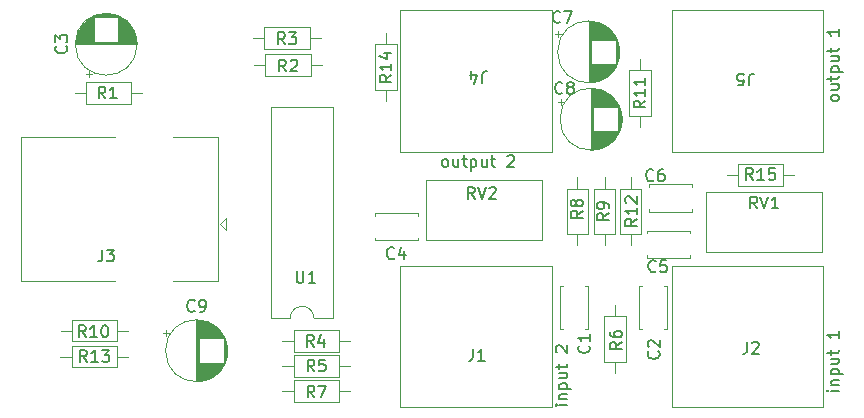
<source format=gbr>
%TF.GenerationSoftware,KiCad,Pcbnew,(6.0.0-0)*%
%TF.CreationDate,2022-11-12T17:46:12+01:00*%
%TF.ProjectId,phono_vorverstaerker,70686f6e-6f5f-4766-9f72-766572737461,rev?*%
%TF.SameCoordinates,Original*%
%TF.FileFunction,Legend,Top*%
%TF.FilePolarity,Positive*%
%FSLAX46Y46*%
G04 Gerber Fmt 4.6, Leading zero omitted, Abs format (unit mm)*
G04 Created by KiCad (PCBNEW (6.0.0-0)) date 2022-11-12 17:46:12*
%MOMM*%
%LPD*%
G01*
G04 APERTURE LIST*
%ADD10C,0.150000*%
%ADD11C,0.120000*%
G04 APERTURE END LIST*
D10*
X58947380Y-197900000D02*
X58280714Y-197900000D01*
X57947380Y-197900000D02*
X57995000Y-197947619D01*
X58042619Y-197900000D01*
X57995000Y-197852380D01*
X57947380Y-197900000D01*
X58042619Y-197900000D01*
X58280714Y-197423809D02*
X58947380Y-197423809D01*
X58375952Y-197423809D02*
X58328333Y-197376190D01*
X58280714Y-197280952D01*
X58280714Y-197138095D01*
X58328333Y-197042857D01*
X58423571Y-196995238D01*
X58947380Y-196995238D01*
X58280714Y-196519047D02*
X59280714Y-196519047D01*
X58328333Y-196519047D02*
X58280714Y-196423809D01*
X58280714Y-196233333D01*
X58328333Y-196138095D01*
X58375952Y-196090476D01*
X58471190Y-196042857D01*
X58756904Y-196042857D01*
X58852142Y-196090476D01*
X58899761Y-196138095D01*
X58947380Y-196233333D01*
X58947380Y-196423809D01*
X58899761Y-196519047D01*
X58280714Y-195185714D02*
X58947380Y-195185714D01*
X58280714Y-195614285D02*
X58804523Y-195614285D01*
X58899761Y-195566666D01*
X58947380Y-195471428D01*
X58947380Y-195328571D01*
X58899761Y-195233333D01*
X58852142Y-195185714D01*
X58280714Y-194852380D02*
X58280714Y-194471428D01*
X57947380Y-194709523D02*
X58804523Y-194709523D01*
X58899761Y-194661904D01*
X58947380Y-194566666D01*
X58947380Y-194471428D01*
X58042619Y-193423809D02*
X57995000Y-193376190D01*
X57947380Y-193280952D01*
X57947380Y-193042857D01*
X57995000Y-192947619D01*
X58042619Y-192900000D01*
X58137857Y-192852380D01*
X58233095Y-192852380D01*
X58375952Y-192900000D01*
X58947380Y-193471428D01*
X58947380Y-192852380D01*
X81952380Y-171957142D02*
X81904761Y-172052380D01*
X81857142Y-172100000D01*
X81761904Y-172147619D01*
X81476190Y-172147619D01*
X81380952Y-172100000D01*
X81333333Y-172052380D01*
X81285714Y-171957142D01*
X81285714Y-171814285D01*
X81333333Y-171719047D01*
X81380952Y-171671428D01*
X81476190Y-171623809D01*
X81761904Y-171623809D01*
X81857142Y-171671428D01*
X81904761Y-171719047D01*
X81952380Y-171814285D01*
X81952380Y-171957142D01*
X81285714Y-170766666D02*
X81952380Y-170766666D01*
X81285714Y-171195238D02*
X81809523Y-171195238D01*
X81904761Y-171147619D01*
X81952380Y-171052380D01*
X81952380Y-170909523D01*
X81904761Y-170814285D01*
X81857142Y-170766666D01*
X81285714Y-170433333D02*
X81285714Y-170052380D01*
X80952380Y-170290476D02*
X81809523Y-170290476D01*
X81904761Y-170242857D01*
X81952380Y-170147619D01*
X81952380Y-170052380D01*
X81285714Y-169719047D02*
X82285714Y-169719047D01*
X81333333Y-169719047D02*
X81285714Y-169623809D01*
X81285714Y-169433333D01*
X81333333Y-169338095D01*
X81380952Y-169290476D01*
X81476190Y-169242857D01*
X81761904Y-169242857D01*
X81857142Y-169290476D01*
X81904761Y-169338095D01*
X81952380Y-169433333D01*
X81952380Y-169623809D01*
X81904761Y-169719047D01*
X81285714Y-168385714D02*
X81952380Y-168385714D01*
X81285714Y-168814285D02*
X81809523Y-168814285D01*
X81904761Y-168766666D01*
X81952380Y-168671428D01*
X81952380Y-168528571D01*
X81904761Y-168433333D01*
X81857142Y-168385714D01*
X81285714Y-168052380D02*
X81285714Y-167671428D01*
X80952380Y-167909523D02*
X81809523Y-167909523D01*
X81904761Y-167861904D01*
X81952380Y-167766666D01*
X81952380Y-167671428D01*
X81952380Y-166052380D02*
X81952380Y-166623809D01*
X81952380Y-166338095D02*
X80952380Y-166338095D01*
X81095238Y-166433333D01*
X81190476Y-166528571D01*
X81238095Y-166623809D01*
X81952380Y-196700000D02*
X81285714Y-196700000D01*
X80952380Y-196700000D02*
X81000000Y-196747619D01*
X81047619Y-196700000D01*
X81000000Y-196652380D01*
X80952380Y-196700000D01*
X81047619Y-196700000D01*
X81285714Y-196223809D02*
X81952380Y-196223809D01*
X81380952Y-196223809D02*
X81333333Y-196176190D01*
X81285714Y-196080952D01*
X81285714Y-195938095D01*
X81333333Y-195842857D01*
X81428571Y-195795238D01*
X81952380Y-195795238D01*
X81285714Y-195319047D02*
X82285714Y-195319047D01*
X81333333Y-195319047D02*
X81285714Y-195223809D01*
X81285714Y-195033333D01*
X81333333Y-194938095D01*
X81380952Y-194890476D01*
X81476190Y-194842857D01*
X81761904Y-194842857D01*
X81857142Y-194890476D01*
X81904761Y-194938095D01*
X81952380Y-195033333D01*
X81952380Y-195223809D01*
X81904761Y-195319047D01*
X81285714Y-193985714D02*
X81952380Y-193985714D01*
X81285714Y-194414285D02*
X81809523Y-194414285D01*
X81904761Y-194366666D01*
X81952380Y-194271428D01*
X81952380Y-194128571D01*
X81904761Y-194033333D01*
X81857142Y-193985714D01*
X81285714Y-193652380D02*
X81285714Y-193271428D01*
X80952380Y-193509523D02*
X81809523Y-193509523D01*
X81904761Y-193461904D01*
X81952380Y-193366666D01*
X81952380Y-193271428D01*
X81952380Y-191652380D02*
X81952380Y-192223809D01*
X81952380Y-191938095D02*
X80952380Y-191938095D01*
X81095238Y-192033333D01*
X81190476Y-192128571D01*
X81238095Y-192223809D01*
X48542857Y-177752380D02*
X48447619Y-177704761D01*
X48400000Y-177657142D01*
X48352380Y-177561904D01*
X48352380Y-177276190D01*
X48400000Y-177180952D01*
X48447619Y-177133333D01*
X48542857Y-177085714D01*
X48685714Y-177085714D01*
X48780952Y-177133333D01*
X48828571Y-177180952D01*
X48876190Y-177276190D01*
X48876190Y-177561904D01*
X48828571Y-177657142D01*
X48780952Y-177704761D01*
X48685714Y-177752380D01*
X48542857Y-177752380D01*
X49733333Y-177085714D02*
X49733333Y-177752380D01*
X49304761Y-177085714D02*
X49304761Y-177609523D01*
X49352380Y-177704761D01*
X49447619Y-177752380D01*
X49590476Y-177752380D01*
X49685714Y-177704761D01*
X49733333Y-177657142D01*
X50066666Y-177085714D02*
X50447619Y-177085714D01*
X50209523Y-176752380D02*
X50209523Y-177609523D01*
X50257142Y-177704761D01*
X50352380Y-177752380D01*
X50447619Y-177752380D01*
X50780952Y-177085714D02*
X50780952Y-178085714D01*
X50780952Y-177133333D02*
X50876190Y-177085714D01*
X51066666Y-177085714D01*
X51161904Y-177133333D01*
X51209523Y-177180952D01*
X51257142Y-177276190D01*
X51257142Y-177561904D01*
X51209523Y-177657142D01*
X51161904Y-177704761D01*
X51066666Y-177752380D01*
X50876190Y-177752380D01*
X50780952Y-177704761D01*
X52114285Y-177085714D02*
X52114285Y-177752380D01*
X51685714Y-177085714D02*
X51685714Y-177609523D01*
X51733333Y-177704761D01*
X51828571Y-177752380D01*
X51971428Y-177752380D01*
X52066666Y-177704761D01*
X52114285Y-177657142D01*
X52447619Y-177085714D02*
X52828571Y-177085714D01*
X52590476Y-176752380D02*
X52590476Y-177609523D01*
X52638095Y-177704761D01*
X52733333Y-177752380D01*
X52828571Y-177752380D01*
X53876190Y-176847619D02*
X53923809Y-176800000D01*
X54019047Y-176752380D01*
X54257142Y-176752380D01*
X54352380Y-176800000D01*
X54400000Y-176847619D01*
X54447619Y-176942857D01*
X54447619Y-177038095D01*
X54400000Y-177180952D01*
X53828571Y-177752380D01*
X54447619Y-177752380D01*
%TO.C,R11*%
X65552380Y-172142857D02*
X65076190Y-172476190D01*
X65552380Y-172714285D02*
X64552380Y-172714285D01*
X64552380Y-172333333D01*
X64600000Y-172238095D01*
X64647619Y-172190476D01*
X64742857Y-172142857D01*
X64885714Y-172142857D01*
X64980952Y-172190476D01*
X65028571Y-172238095D01*
X65076190Y-172333333D01*
X65076190Y-172714285D01*
X65552380Y-171190476D02*
X65552380Y-171761904D01*
X65552380Y-171476190D02*
X64552380Y-171476190D01*
X64695238Y-171571428D01*
X64790476Y-171666666D01*
X64838095Y-171761904D01*
X65552380Y-170238095D02*
X65552380Y-170809523D01*
X65552380Y-170523809D02*
X64552380Y-170523809D01*
X64695238Y-170619047D01*
X64790476Y-170714285D01*
X64838095Y-170809523D01*
%TO.C,J5*%
X74333333Y-170847619D02*
X74333333Y-170133333D01*
X74380952Y-169990476D01*
X74476190Y-169895238D01*
X74619047Y-169847619D01*
X74714285Y-169847619D01*
X73380952Y-170847619D02*
X73857142Y-170847619D01*
X73904761Y-170371428D01*
X73857142Y-170419047D01*
X73761904Y-170466666D01*
X73523809Y-170466666D01*
X73428571Y-170419047D01*
X73380952Y-170371428D01*
X73333333Y-170276190D01*
X73333333Y-170038095D01*
X73380952Y-169942857D01*
X73428571Y-169895238D01*
X73523809Y-169847619D01*
X73761904Y-169847619D01*
X73857142Y-169895238D01*
X73904761Y-169942857D01*
%TO.C,R10*%
X18167142Y-192152380D02*
X17833809Y-191676190D01*
X17595714Y-192152380D02*
X17595714Y-191152380D01*
X17976666Y-191152380D01*
X18071904Y-191200000D01*
X18119523Y-191247619D01*
X18167142Y-191342857D01*
X18167142Y-191485714D01*
X18119523Y-191580952D01*
X18071904Y-191628571D01*
X17976666Y-191676190D01*
X17595714Y-191676190D01*
X19119523Y-192152380D02*
X18548095Y-192152380D01*
X18833809Y-192152380D02*
X18833809Y-191152380D01*
X18738571Y-191295238D01*
X18643333Y-191390476D01*
X18548095Y-191438095D01*
X19738571Y-191152380D02*
X19833809Y-191152380D01*
X19929047Y-191200000D01*
X19976666Y-191247619D01*
X20024285Y-191342857D01*
X20071904Y-191533333D01*
X20071904Y-191771428D01*
X20024285Y-191961904D01*
X19976666Y-192057142D01*
X19929047Y-192104761D01*
X19833809Y-192152380D01*
X19738571Y-192152380D01*
X19643333Y-192104761D01*
X19595714Y-192057142D01*
X19548095Y-191961904D01*
X19500476Y-191771428D01*
X19500476Y-191533333D01*
X19548095Y-191342857D01*
X19595714Y-191247619D01*
X19643333Y-191200000D01*
X19738571Y-191152380D01*
%TO.C,C7*%
X58333333Y-165457142D02*
X58285714Y-165504761D01*
X58142857Y-165552380D01*
X58047619Y-165552380D01*
X57904761Y-165504761D01*
X57809523Y-165409523D01*
X57761904Y-165314285D01*
X57714285Y-165123809D01*
X57714285Y-164980952D01*
X57761904Y-164790476D01*
X57809523Y-164695238D01*
X57904761Y-164600000D01*
X58047619Y-164552380D01*
X58142857Y-164552380D01*
X58285714Y-164600000D01*
X58333333Y-164647619D01*
X58666666Y-164552380D02*
X59333333Y-164552380D01*
X58904761Y-165552380D01*
%TO.C,C5*%
X66433333Y-186557142D02*
X66385714Y-186604761D01*
X66242857Y-186652380D01*
X66147619Y-186652380D01*
X66004761Y-186604761D01*
X65909523Y-186509523D01*
X65861904Y-186414285D01*
X65814285Y-186223809D01*
X65814285Y-186080952D01*
X65861904Y-185890476D01*
X65909523Y-185795238D01*
X66004761Y-185700000D01*
X66147619Y-185652380D01*
X66242857Y-185652380D01*
X66385714Y-185700000D01*
X66433333Y-185747619D01*
X67338095Y-185652380D02*
X66861904Y-185652380D01*
X66814285Y-186128571D01*
X66861904Y-186080952D01*
X66957142Y-186033333D01*
X67195238Y-186033333D01*
X67290476Y-186080952D01*
X67338095Y-186128571D01*
X67385714Y-186223809D01*
X67385714Y-186461904D01*
X67338095Y-186557142D01*
X67290476Y-186604761D01*
X67195238Y-186652380D01*
X66957142Y-186652380D01*
X66861904Y-186604761D01*
X66814285Y-186557142D01*
%TO.C,J2*%
X74166666Y-192552380D02*
X74166666Y-193266666D01*
X74119047Y-193409523D01*
X74023809Y-193504761D01*
X73880952Y-193552380D01*
X73785714Y-193552380D01*
X74595238Y-192647619D02*
X74642857Y-192600000D01*
X74738095Y-192552380D01*
X74976190Y-192552380D01*
X75071428Y-192600000D01*
X75119047Y-192647619D01*
X75166666Y-192742857D01*
X75166666Y-192838095D01*
X75119047Y-192980952D01*
X74547619Y-193552380D01*
X75166666Y-193552380D01*
%TO.C,C9*%
X27383333Y-189907142D02*
X27335714Y-189954761D01*
X27192857Y-190002380D01*
X27097619Y-190002380D01*
X26954761Y-189954761D01*
X26859523Y-189859523D01*
X26811904Y-189764285D01*
X26764285Y-189573809D01*
X26764285Y-189430952D01*
X26811904Y-189240476D01*
X26859523Y-189145238D01*
X26954761Y-189050000D01*
X27097619Y-189002380D01*
X27192857Y-189002380D01*
X27335714Y-189050000D01*
X27383333Y-189097619D01*
X27859523Y-190002380D02*
X28050000Y-190002380D01*
X28145238Y-189954761D01*
X28192857Y-189907142D01*
X28288095Y-189764285D01*
X28335714Y-189573809D01*
X28335714Y-189192857D01*
X28288095Y-189097619D01*
X28240476Y-189050000D01*
X28145238Y-189002380D01*
X27954761Y-189002380D01*
X27859523Y-189050000D01*
X27811904Y-189097619D01*
X27764285Y-189192857D01*
X27764285Y-189430952D01*
X27811904Y-189526190D01*
X27859523Y-189573809D01*
X27954761Y-189621428D01*
X28145238Y-189621428D01*
X28240476Y-189573809D01*
X28288095Y-189526190D01*
X28335714Y-189430952D01*
%TO.C,U1*%
X36038095Y-186552380D02*
X36038095Y-187361904D01*
X36085714Y-187457142D01*
X36133333Y-187504761D01*
X36228571Y-187552380D01*
X36419047Y-187552380D01*
X36514285Y-187504761D01*
X36561904Y-187457142D01*
X36609523Y-187361904D01*
X36609523Y-186552380D01*
X37609523Y-187552380D02*
X37038095Y-187552380D01*
X37323809Y-187552380D02*
X37323809Y-186552380D01*
X37228571Y-186695238D01*
X37133333Y-186790476D01*
X37038095Y-186838095D01*
%TO.C,C8*%
X58533333Y-171457142D02*
X58485714Y-171504761D01*
X58342857Y-171552380D01*
X58247619Y-171552380D01*
X58104761Y-171504761D01*
X58009523Y-171409523D01*
X57961904Y-171314285D01*
X57914285Y-171123809D01*
X57914285Y-170980952D01*
X57961904Y-170790476D01*
X58009523Y-170695238D01*
X58104761Y-170600000D01*
X58247619Y-170552380D01*
X58342857Y-170552380D01*
X58485714Y-170600000D01*
X58533333Y-170647619D01*
X59104761Y-170980952D02*
X59009523Y-170933333D01*
X58961904Y-170885714D01*
X58914285Y-170790476D01*
X58914285Y-170742857D01*
X58961904Y-170647619D01*
X59009523Y-170600000D01*
X59104761Y-170552380D01*
X59295238Y-170552380D01*
X59390476Y-170600000D01*
X59438095Y-170647619D01*
X59485714Y-170742857D01*
X59485714Y-170790476D01*
X59438095Y-170885714D01*
X59390476Y-170933333D01*
X59295238Y-170980952D01*
X59104761Y-170980952D01*
X59009523Y-171028571D01*
X58961904Y-171076190D01*
X58914285Y-171171428D01*
X58914285Y-171361904D01*
X58961904Y-171457142D01*
X59009523Y-171504761D01*
X59104761Y-171552380D01*
X59295238Y-171552380D01*
X59390476Y-171504761D01*
X59438095Y-171457142D01*
X59485714Y-171361904D01*
X59485714Y-171171428D01*
X59438095Y-171076190D01*
X59390476Y-171028571D01*
X59295238Y-170980952D01*
%TO.C,J3*%
X19566666Y-184752380D02*
X19566666Y-185466666D01*
X19519047Y-185609523D01*
X19423809Y-185704761D01*
X19280952Y-185752380D01*
X19185714Y-185752380D01*
X19947619Y-184752380D02*
X20566666Y-184752380D01*
X20233333Y-185133333D01*
X20376190Y-185133333D01*
X20471428Y-185180952D01*
X20519047Y-185228571D01*
X20566666Y-185323809D01*
X20566666Y-185561904D01*
X20519047Y-185657142D01*
X20471428Y-185704761D01*
X20376190Y-185752380D01*
X20090476Y-185752380D01*
X19995238Y-185704761D01*
X19947619Y-185657142D01*
%TO.C,C1*%
X60757142Y-192866666D02*
X60804761Y-192914285D01*
X60852380Y-193057142D01*
X60852380Y-193152380D01*
X60804761Y-193295238D01*
X60709523Y-193390476D01*
X60614285Y-193438095D01*
X60423809Y-193485714D01*
X60280952Y-193485714D01*
X60090476Y-193438095D01*
X59995238Y-193390476D01*
X59900000Y-193295238D01*
X59852380Y-193152380D01*
X59852380Y-193057142D01*
X59900000Y-192914285D01*
X59947619Y-192866666D01*
X60852380Y-191914285D02*
X60852380Y-192485714D01*
X60852380Y-192200000D02*
X59852380Y-192200000D01*
X59995238Y-192295238D01*
X60090476Y-192390476D01*
X60138095Y-192485714D01*
%TO.C,RV1*%
X75014761Y-181252380D02*
X74681428Y-180776190D01*
X74443333Y-181252380D02*
X74443333Y-180252380D01*
X74824285Y-180252380D01*
X74919523Y-180300000D01*
X74967142Y-180347619D01*
X75014761Y-180442857D01*
X75014761Y-180585714D01*
X74967142Y-180680952D01*
X74919523Y-180728571D01*
X74824285Y-180776190D01*
X74443333Y-180776190D01*
X75300476Y-180252380D02*
X75633809Y-181252380D01*
X75967142Y-180252380D01*
X76824285Y-181252380D02*
X76252857Y-181252380D01*
X76538571Y-181252380D02*
X76538571Y-180252380D01*
X76443333Y-180395238D01*
X76348095Y-180490476D01*
X76252857Y-180538095D01*
%TO.C,R14*%
X44052380Y-169942857D02*
X43576190Y-170276190D01*
X44052380Y-170514285D02*
X43052380Y-170514285D01*
X43052380Y-170133333D01*
X43100000Y-170038095D01*
X43147619Y-169990476D01*
X43242857Y-169942857D01*
X43385714Y-169942857D01*
X43480952Y-169990476D01*
X43528571Y-170038095D01*
X43576190Y-170133333D01*
X43576190Y-170514285D01*
X44052380Y-168990476D02*
X44052380Y-169561904D01*
X44052380Y-169276190D02*
X43052380Y-169276190D01*
X43195238Y-169371428D01*
X43290476Y-169466666D01*
X43338095Y-169561904D01*
X43385714Y-168133333D02*
X44052380Y-168133333D01*
X43004761Y-168371428D02*
X43719047Y-168609523D01*
X43719047Y-167990476D01*
%TO.C,C2*%
X66657142Y-193366666D02*
X66704761Y-193414285D01*
X66752380Y-193557142D01*
X66752380Y-193652380D01*
X66704761Y-193795238D01*
X66609523Y-193890476D01*
X66514285Y-193938095D01*
X66323809Y-193985714D01*
X66180952Y-193985714D01*
X65990476Y-193938095D01*
X65895238Y-193890476D01*
X65800000Y-193795238D01*
X65752380Y-193652380D01*
X65752380Y-193557142D01*
X65800000Y-193414285D01*
X65847619Y-193366666D01*
X65847619Y-192985714D02*
X65800000Y-192938095D01*
X65752380Y-192842857D01*
X65752380Y-192604761D01*
X65800000Y-192509523D01*
X65847619Y-192461904D01*
X65942857Y-192414285D01*
X66038095Y-192414285D01*
X66180952Y-192461904D01*
X66752380Y-193033333D01*
X66752380Y-192414285D01*
%TO.C,R2*%
X35133333Y-169652380D02*
X34800000Y-169176190D01*
X34561904Y-169652380D02*
X34561904Y-168652380D01*
X34942857Y-168652380D01*
X35038095Y-168700000D01*
X35085714Y-168747619D01*
X35133333Y-168842857D01*
X35133333Y-168985714D01*
X35085714Y-169080952D01*
X35038095Y-169128571D01*
X34942857Y-169176190D01*
X34561904Y-169176190D01*
X35514285Y-168747619D02*
X35561904Y-168700000D01*
X35657142Y-168652380D01*
X35895238Y-168652380D01*
X35990476Y-168700000D01*
X36038095Y-168747619D01*
X36085714Y-168842857D01*
X36085714Y-168938095D01*
X36038095Y-169080952D01*
X35466666Y-169652380D01*
X36085714Y-169652380D01*
%TO.C,R1*%
X19833333Y-171952380D02*
X19500000Y-171476190D01*
X19261904Y-171952380D02*
X19261904Y-170952380D01*
X19642857Y-170952380D01*
X19738095Y-171000000D01*
X19785714Y-171047619D01*
X19833333Y-171142857D01*
X19833333Y-171285714D01*
X19785714Y-171380952D01*
X19738095Y-171428571D01*
X19642857Y-171476190D01*
X19261904Y-171476190D01*
X20785714Y-171952380D02*
X20214285Y-171952380D01*
X20500000Y-171952380D02*
X20500000Y-170952380D01*
X20404761Y-171095238D01*
X20309523Y-171190476D01*
X20214285Y-171238095D01*
%TO.C,J1*%
X50966666Y-193152380D02*
X50966666Y-193866666D01*
X50919047Y-194009523D01*
X50823809Y-194104761D01*
X50680952Y-194152380D01*
X50585714Y-194152380D01*
X51966666Y-194152380D02*
X51395238Y-194152380D01*
X51680952Y-194152380D02*
X51680952Y-193152380D01*
X51585714Y-193295238D01*
X51490476Y-193390476D01*
X51395238Y-193438095D01*
%TO.C,R15*%
X74657142Y-178852380D02*
X74323809Y-178376190D01*
X74085714Y-178852380D02*
X74085714Y-177852380D01*
X74466666Y-177852380D01*
X74561904Y-177900000D01*
X74609523Y-177947619D01*
X74657142Y-178042857D01*
X74657142Y-178185714D01*
X74609523Y-178280952D01*
X74561904Y-178328571D01*
X74466666Y-178376190D01*
X74085714Y-178376190D01*
X75609523Y-178852380D02*
X75038095Y-178852380D01*
X75323809Y-178852380D02*
X75323809Y-177852380D01*
X75228571Y-177995238D01*
X75133333Y-178090476D01*
X75038095Y-178138095D01*
X76514285Y-177852380D02*
X76038095Y-177852380D01*
X75990476Y-178328571D01*
X76038095Y-178280952D01*
X76133333Y-178233333D01*
X76371428Y-178233333D01*
X76466666Y-178280952D01*
X76514285Y-178328571D01*
X76561904Y-178423809D01*
X76561904Y-178661904D01*
X76514285Y-178757142D01*
X76466666Y-178804761D01*
X76371428Y-178852380D01*
X76133333Y-178852380D01*
X76038095Y-178804761D01*
X75990476Y-178757142D01*
%TO.C,R3*%
X35033333Y-167352380D02*
X34700000Y-166876190D01*
X34461904Y-167352380D02*
X34461904Y-166352380D01*
X34842857Y-166352380D01*
X34938095Y-166400000D01*
X34985714Y-166447619D01*
X35033333Y-166542857D01*
X35033333Y-166685714D01*
X34985714Y-166780952D01*
X34938095Y-166828571D01*
X34842857Y-166876190D01*
X34461904Y-166876190D01*
X35366666Y-166352380D02*
X35985714Y-166352380D01*
X35652380Y-166733333D01*
X35795238Y-166733333D01*
X35890476Y-166780952D01*
X35938095Y-166828571D01*
X35985714Y-166923809D01*
X35985714Y-167161904D01*
X35938095Y-167257142D01*
X35890476Y-167304761D01*
X35795238Y-167352380D01*
X35509523Y-167352380D01*
X35414285Y-167304761D01*
X35366666Y-167257142D01*
%TO.C,R12*%
X64852380Y-182142857D02*
X64376190Y-182476190D01*
X64852380Y-182714285D02*
X63852380Y-182714285D01*
X63852380Y-182333333D01*
X63900000Y-182238095D01*
X63947619Y-182190476D01*
X64042857Y-182142857D01*
X64185714Y-182142857D01*
X64280952Y-182190476D01*
X64328571Y-182238095D01*
X64376190Y-182333333D01*
X64376190Y-182714285D01*
X64852380Y-181190476D02*
X64852380Y-181761904D01*
X64852380Y-181476190D02*
X63852380Y-181476190D01*
X63995238Y-181571428D01*
X64090476Y-181666666D01*
X64138095Y-181761904D01*
X63947619Y-180809523D02*
X63900000Y-180761904D01*
X63852380Y-180666666D01*
X63852380Y-180428571D01*
X63900000Y-180333333D01*
X63947619Y-180285714D01*
X64042857Y-180238095D01*
X64138095Y-180238095D01*
X64280952Y-180285714D01*
X64852380Y-180857142D01*
X64852380Y-180238095D01*
%TO.C,R8*%
X60252380Y-181466666D02*
X59776190Y-181800000D01*
X60252380Y-182038095D02*
X59252380Y-182038095D01*
X59252380Y-181657142D01*
X59300000Y-181561904D01*
X59347619Y-181514285D01*
X59442857Y-181466666D01*
X59585714Y-181466666D01*
X59680952Y-181514285D01*
X59728571Y-181561904D01*
X59776190Y-181657142D01*
X59776190Y-182038095D01*
X59680952Y-180895238D02*
X59633333Y-180990476D01*
X59585714Y-181038095D01*
X59490476Y-181085714D01*
X59442857Y-181085714D01*
X59347619Y-181038095D01*
X59300000Y-180990476D01*
X59252380Y-180895238D01*
X59252380Y-180704761D01*
X59300000Y-180609523D01*
X59347619Y-180561904D01*
X59442857Y-180514285D01*
X59490476Y-180514285D01*
X59585714Y-180561904D01*
X59633333Y-180609523D01*
X59680952Y-180704761D01*
X59680952Y-180895238D01*
X59728571Y-180990476D01*
X59776190Y-181038095D01*
X59871428Y-181085714D01*
X60061904Y-181085714D01*
X60157142Y-181038095D01*
X60204761Y-180990476D01*
X60252380Y-180895238D01*
X60252380Y-180704761D01*
X60204761Y-180609523D01*
X60157142Y-180561904D01*
X60061904Y-180514285D01*
X59871428Y-180514285D01*
X59776190Y-180561904D01*
X59728571Y-180609523D01*
X59680952Y-180704761D01*
%TO.C,R6*%
X63552380Y-192566666D02*
X63076190Y-192900000D01*
X63552380Y-193138095D02*
X62552380Y-193138095D01*
X62552380Y-192757142D01*
X62600000Y-192661904D01*
X62647619Y-192614285D01*
X62742857Y-192566666D01*
X62885714Y-192566666D01*
X62980952Y-192614285D01*
X63028571Y-192661904D01*
X63076190Y-192757142D01*
X63076190Y-193138095D01*
X62552380Y-191709523D02*
X62552380Y-191900000D01*
X62600000Y-191995238D01*
X62647619Y-192042857D01*
X62790476Y-192138095D01*
X62980952Y-192185714D01*
X63361904Y-192185714D01*
X63457142Y-192138095D01*
X63504761Y-192090476D01*
X63552380Y-191995238D01*
X63552380Y-191804761D01*
X63504761Y-191709523D01*
X63457142Y-191661904D01*
X63361904Y-191614285D01*
X63123809Y-191614285D01*
X63028571Y-191661904D01*
X62980952Y-191709523D01*
X62933333Y-191804761D01*
X62933333Y-191995238D01*
X62980952Y-192090476D01*
X63028571Y-192138095D01*
X63123809Y-192185714D01*
%TO.C,R4*%
X37463333Y-192952380D02*
X37130000Y-192476190D01*
X36891904Y-192952380D02*
X36891904Y-191952380D01*
X37272857Y-191952380D01*
X37368095Y-192000000D01*
X37415714Y-192047619D01*
X37463333Y-192142857D01*
X37463333Y-192285714D01*
X37415714Y-192380952D01*
X37368095Y-192428571D01*
X37272857Y-192476190D01*
X36891904Y-192476190D01*
X38320476Y-192285714D02*
X38320476Y-192952380D01*
X38082380Y-191904761D02*
X37844285Y-192619047D01*
X38463333Y-192619047D01*
%TO.C,C6*%
X66233333Y-178857142D02*
X66185714Y-178904761D01*
X66042857Y-178952380D01*
X65947619Y-178952380D01*
X65804761Y-178904761D01*
X65709523Y-178809523D01*
X65661904Y-178714285D01*
X65614285Y-178523809D01*
X65614285Y-178380952D01*
X65661904Y-178190476D01*
X65709523Y-178095238D01*
X65804761Y-178000000D01*
X65947619Y-177952380D01*
X66042857Y-177952380D01*
X66185714Y-178000000D01*
X66233333Y-178047619D01*
X67090476Y-177952380D02*
X66900000Y-177952380D01*
X66804761Y-178000000D01*
X66757142Y-178047619D01*
X66661904Y-178190476D01*
X66614285Y-178380952D01*
X66614285Y-178761904D01*
X66661904Y-178857142D01*
X66709523Y-178904761D01*
X66804761Y-178952380D01*
X66995238Y-178952380D01*
X67090476Y-178904761D01*
X67138095Y-178857142D01*
X67185714Y-178761904D01*
X67185714Y-178523809D01*
X67138095Y-178428571D01*
X67090476Y-178380952D01*
X66995238Y-178333333D01*
X66804761Y-178333333D01*
X66709523Y-178380952D01*
X66661904Y-178428571D01*
X66614285Y-178523809D01*
%TO.C,R9*%
X62452380Y-181666666D02*
X61976190Y-182000000D01*
X62452380Y-182238095D02*
X61452380Y-182238095D01*
X61452380Y-181857142D01*
X61500000Y-181761904D01*
X61547619Y-181714285D01*
X61642857Y-181666666D01*
X61785714Y-181666666D01*
X61880952Y-181714285D01*
X61928571Y-181761904D01*
X61976190Y-181857142D01*
X61976190Y-182238095D01*
X62452380Y-181190476D02*
X62452380Y-181000000D01*
X62404761Y-180904761D01*
X62357142Y-180857142D01*
X62214285Y-180761904D01*
X62023809Y-180714285D01*
X61642857Y-180714285D01*
X61547619Y-180761904D01*
X61500000Y-180809523D01*
X61452380Y-180904761D01*
X61452380Y-181095238D01*
X61500000Y-181190476D01*
X61547619Y-181238095D01*
X61642857Y-181285714D01*
X61880952Y-181285714D01*
X61976190Y-181238095D01*
X62023809Y-181190476D01*
X62071428Y-181095238D01*
X62071428Y-180904761D01*
X62023809Y-180809523D01*
X61976190Y-180761904D01*
X61880952Y-180714285D01*
%TO.C,R7*%
X37523333Y-197252380D02*
X37190000Y-196776190D01*
X36951904Y-197252380D02*
X36951904Y-196252380D01*
X37332857Y-196252380D01*
X37428095Y-196300000D01*
X37475714Y-196347619D01*
X37523333Y-196442857D01*
X37523333Y-196585714D01*
X37475714Y-196680952D01*
X37428095Y-196728571D01*
X37332857Y-196776190D01*
X36951904Y-196776190D01*
X37856666Y-196252380D02*
X38523333Y-196252380D01*
X38094761Y-197252380D01*
%TO.C,C4*%
X44283333Y-185457142D02*
X44235714Y-185504761D01*
X44092857Y-185552380D01*
X43997619Y-185552380D01*
X43854761Y-185504761D01*
X43759523Y-185409523D01*
X43711904Y-185314285D01*
X43664285Y-185123809D01*
X43664285Y-184980952D01*
X43711904Y-184790476D01*
X43759523Y-184695238D01*
X43854761Y-184600000D01*
X43997619Y-184552380D01*
X44092857Y-184552380D01*
X44235714Y-184600000D01*
X44283333Y-184647619D01*
X45140476Y-184885714D02*
X45140476Y-185552380D01*
X44902380Y-184504761D02*
X44664285Y-185219047D01*
X45283333Y-185219047D01*
%TO.C,J4*%
X51733333Y-170647619D02*
X51733333Y-169933333D01*
X51780952Y-169790476D01*
X51876190Y-169695238D01*
X52019047Y-169647619D01*
X52114285Y-169647619D01*
X50828571Y-170314285D02*
X50828571Y-169647619D01*
X51066666Y-170695238D02*
X51304761Y-169980952D01*
X50685714Y-169980952D01*
%TO.C,C3*%
X16507142Y-167521779D02*
X16554761Y-167569398D01*
X16602380Y-167712255D01*
X16602380Y-167807493D01*
X16554761Y-167950351D01*
X16459523Y-168045589D01*
X16364285Y-168093208D01*
X16173809Y-168140827D01*
X16030952Y-168140827D01*
X15840476Y-168093208D01*
X15745238Y-168045589D01*
X15650000Y-167950351D01*
X15602380Y-167807493D01*
X15602380Y-167712255D01*
X15650000Y-167569398D01*
X15697619Y-167521779D01*
X15602380Y-167188446D02*
X15602380Y-166569398D01*
X15983333Y-166902732D01*
X15983333Y-166759874D01*
X16030952Y-166664636D01*
X16078571Y-166617017D01*
X16173809Y-166569398D01*
X16411904Y-166569398D01*
X16507142Y-166617017D01*
X16554761Y-166664636D01*
X16602380Y-166759874D01*
X16602380Y-167045589D01*
X16554761Y-167140827D01*
X16507142Y-167188446D01*
%TO.C,R5*%
X37523333Y-195052380D02*
X37190000Y-194576190D01*
X36951904Y-195052380D02*
X36951904Y-194052380D01*
X37332857Y-194052380D01*
X37428095Y-194100000D01*
X37475714Y-194147619D01*
X37523333Y-194242857D01*
X37523333Y-194385714D01*
X37475714Y-194480952D01*
X37428095Y-194528571D01*
X37332857Y-194576190D01*
X36951904Y-194576190D01*
X38428095Y-194052380D02*
X37951904Y-194052380D01*
X37904285Y-194528571D01*
X37951904Y-194480952D01*
X38047142Y-194433333D01*
X38285238Y-194433333D01*
X38380476Y-194480952D01*
X38428095Y-194528571D01*
X38475714Y-194623809D01*
X38475714Y-194861904D01*
X38428095Y-194957142D01*
X38380476Y-195004761D01*
X38285238Y-195052380D01*
X38047142Y-195052380D01*
X37951904Y-195004761D01*
X37904285Y-194957142D01*
%TO.C,RV2*%
X51094761Y-180452380D02*
X50761428Y-179976190D01*
X50523333Y-180452380D02*
X50523333Y-179452380D01*
X50904285Y-179452380D01*
X50999523Y-179500000D01*
X51047142Y-179547619D01*
X51094761Y-179642857D01*
X51094761Y-179785714D01*
X51047142Y-179880952D01*
X50999523Y-179928571D01*
X50904285Y-179976190D01*
X50523333Y-179976190D01*
X51380476Y-179452380D02*
X51713809Y-180452380D01*
X52047142Y-179452380D01*
X52332857Y-179547619D02*
X52380476Y-179500000D01*
X52475714Y-179452380D01*
X52713809Y-179452380D01*
X52809047Y-179500000D01*
X52856666Y-179547619D01*
X52904285Y-179642857D01*
X52904285Y-179738095D01*
X52856666Y-179880952D01*
X52285238Y-180452380D01*
X52904285Y-180452380D01*
%TO.C,R13*%
X18257142Y-194252380D02*
X17923809Y-193776190D01*
X17685714Y-194252380D02*
X17685714Y-193252380D01*
X18066666Y-193252380D01*
X18161904Y-193300000D01*
X18209523Y-193347619D01*
X18257142Y-193442857D01*
X18257142Y-193585714D01*
X18209523Y-193680952D01*
X18161904Y-193728571D01*
X18066666Y-193776190D01*
X17685714Y-193776190D01*
X19209523Y-194252380D02*
X18638095Y-194252380D01*
X18923809Y-194252380D02*
X18923809Y-193252380D01*
X18828571Y-193395238D01*
X18733333Y-193490476D01*
X18638095Y-193538095D01*
X19542857Y-193252380D02*
X20161904Y-193252380D01*
X19828571Y-193633333D01*
X19971428Y-193633333D01*
X20066666Y-193680952D01*
X20114285Y-193728571D01*
X20161904Y-193823809D01*
X20161904Y-194061904D01*
X20114285Y-194157142D01*
X20066666Y-194204761D01*
X19971428Y-194252380D01*
X19685714Y-194252380D01*
X19590476Y-194204761D01*
X19542857Y-194157142D01*
D11*
%TO.C,R11*%
X66020000Y-173420000D02*
X66020000Y-169580000D01*
X64180000Y-173420000D02*
X66020000Y-173420000D01*
X64180000Y-169580000D02*
X64180000Y-173420000D01*
X66020000Y-169580000D02*
X64180000Y-169580000D01*
X65100000Y-168630000D02*
X65100000Y-169580000D01*
X65100000Y-174370000D02*
X65100000Y-173420000D01*
%TO.C,J5*%
X80625000Y-176500000D02*
X67775000Y-176500000D01*
X67775000Y-176500000D02*
X67775000Y-164500000D01*
X67775000Y-164500000D02*
X80625000Y-164500000D01*
X80625000Y-164500000D02*
X80625000Y-176500000D01*
%TO.C,R10*%
X21780000Y-191600000D02*
X20830000Y-191600000D01*
X16040000Y-191600000D02*
X16990000Y-191600000D01*
X16990000Y-192520000D02*
X20830000Y-192520000D01*
X20830000Y-192520000D02*
X20830000Y-190680000D01*
X20830000Y-190680000D02*
X16990000Y-190680000D01*
X16990000Y-190680000D02*
X16990000Y-192520000D01*
%TO.C,C7*%
X62991000Y-169040000D02*
X62991000Y-169319000D01*
X63271000Y-167323000D02*
X63271000Y-168677000D01*
X61471000Y-169040000D02*
X61471000Y-170480000D01*
X62911000Y-169040000D02*
X62911000Y-169443000D01*
X61871000Y-165671000D02*
X61871000Y-166960000D01*
X62791000Y-166395000D02*
X62791000Y-166960000D01*
X62871000Y-166500000D02*
X62871000Y-166960000D01*
X61110000Y-169040000D02*
X61110000Y-170556000D01*
X62751000Y-169040000D02*
X62751000Y-169653000D01*
X62351000Y-165965000D02*
X62351000Y-166960000D01*
X60870000Y-165422000D02*
X60870000Y-170578000D01*
X61911000Y-169040000D02*
X61911000Y-170310000D01*
X60950000Y-165427000D02*
X60950000Y-170573000D01*
X60990000Y-165431000D02*
X60990000Y-166960000D01*
X61350000Y-169040000D02*
X61350000Y-170511000D01*
X61551000Y-169040000D02*
X61551000Y-170455000D01*
X61511000Y-169040000D02*
X61511000Y-170468000D01*
X62151000Y-169040000D02*
X62151000Y-170175000D01*
X62591000Y-166174000D02*
X62591000Y-166960000D01*
X62431000Y-166029000D02*
X62431000Y-166960000D01*
X63311000Y-167482000D02*
X63311000Y-168518000D01*
X60750000Y-165420000D02*
X60750000Y-170580000D01*
X62071000Y-165776000D02*
X62071000Y-166960000D01*
X62831000Y-166446000D02*
X62831000Y-166960000D01*
X61430000Y-169040000D02*
X61430000Y-170491000D01*
X61030000Y-165435000D02*
X61030000Y-166960000D01*
X60790000Y-165420000D02*
X60790000Y-170580000D01*
X61110000Y-165444000D02*
X61110000Y-166960000D01*
X62511000Y-166099000D02*
X62511000Y-166960000D01*
X61030000Y-169040000D02*
X61030000Y-170565000D01*
X61911000Y-165690000D02*
X61911000Y-166960000D01*
X61631000Y-165572000D02*
X61631000Y-166960000D01*
X61350000Y-165489000D02*
X61350000Y-166960000D01*
X61190000Y-165457000D02*
X61190000Y-166960000D01*
X61150000Y-165450000D02*
X61150000Y-166960000D01*
X62071000Y-169040000D02*
X62071000Y-170224000D01*
X62391000Y-165996000D02*
X62391000Y-166960000D01*
X63071000Y-166822000D02*
X63071000Y-169178000D01*
X61631000Y-169040000D02*
X61631000Y-170428000D01*
X62031000Y-165753000D02*
X62031000Y-166960000D01*
X62311000Y-165935000D02*
X62311000Y-166960000D01*
X61831000Y-165652000D02*
X61831000Y-166960000D01*
X61671000Y-169040000D02*
X61671000Y-170414000D01*
X62231000Y-165878000D02*
X62231000Y-166960000D01*
X61591000Y-165558000D02*
X61591000Y-166960000D01*
X61711000Y-165602000D02*
X61711000Y-166960000D01*
X61511000Y-165532000D02*
X61511000Y-166960000D01*
X60990000Y-169040000D02*
X60990000Y-170569000D01*
X62111000Y-169040000D02*
X62111000Y-170200000D01*
X60830000Y-165421000D02*
X60830000Y-170579000D01*
X61390000Y-169040000D02*
X61390000Y-170501000D01*
X62031000Y-169040000D02*
X62031000Y-170247000D01*
X57945225Y-166525000D02*
X58445225Y-166525000D01*
X62551000Y-166136000D02*
X62551000Y-166960000D01*
X62751000Y-166347000D02*
X62751000Y-166960000D01*
X61551000Y-165545000D02*
X61551000Y-166960000D01*
X61230000Y-165464000D02*
X61230000Y-166960000D01*
X61751000Y-165618000D02*
X61751000Y-166960000D01*
X62431000Y-169040000D02*
X62431000Y-169971000D01*
X63231000Y-167195000D02*
X63231000Y-168805000D01*
X62831000Y-169040000D02*
X62831000Y-169554000D01*
X62951000Y-166617000D02*
X62951000Y-166960000D01*
X62991000Y-166681000D02*
X62991000Y-166960000D01*
X62471000Y-166063000D02*
X62471000Y-166960000D01*
X62191000Y-169040000D02*
X62191000Y-170149000D01*
X61991000Y-169040000D02*
X61991000Y-170268000D01*
X62551000Y-169040000D02*
X62551000Y-169864000D01*
X61591000Y-169040000D02*
X61591000Y-170442000D01*
X61270000Y-165472000D02*
X61270000Y-166960000D01*
X62191000Y-165851000D02*
X62191000Y-166960000D01*
X62711000Y-166301000D02*
X62711000Y-166960000D01*
X62631000Y-166215000D02*
X62631000Y-166960000D01*
X62591000Y-169040000D02*
X62591000Y-169826000D01*
X61310000Y-165480000D02*
X61310000Y-166960000D01*
X61270000Y-169040000D02*
X61270000Y-170528000D01*
X61070000Y-169040000D02*
X61070000Y-170561000D01*
X62511000Y-169040000D02*
X62511000Y-169901000D01*
X58195225Y-166275000D02*
X58195225Y-166775000D01*
X61711000Y-169040000D02*
X61711000Y-170398000D01*
X61471000Y-165520000D02*
X61471000Y-166960000D01*
X63031000Y-166749000D02*
X63031000Y-166960000D01*
X61230000Y-169040000D02*
X61230000Y-170536000D01*
X62271000Y-169040000D02*
X62271000Y-170095000D01*
X63151000Y-166989000D02*
X63151000Y-169011000D01*
X63351000Y-167716000D02*
X63351000Y-168284000D01*
X61390000Y-165499000D02*
X61390000Y-166960000D01*
X62351000Y-169040000D02*
X62351000Y-170035000D01*
X62231000Y-169040000D02*
X62231000Y-170122000D01*
X61871000Y-169040000D02*
X61871000Y-170329000D01*
X61991000Y-165732000D02*
X61991000Y-166960000D01*
X62711000Y-169040000D02*
X62711000Y-169699000D01*
X61190000Y-169040000D02*
X61190000Y-170543000D01*
X61070000Y-165439000D02*
X61070000Y-166960000D01*
X62631000Y-169040000D02*
X62631000Y-169785000D01*
X61831000Y-169040000D02*
X61831000Y-170348000D01*
X60910000Y-165424000D02*
X60910000Y-170576000D01*
X61951000Y-165710000D02*
X61951000Y-166960000D01*
X62151000Y-165825000D02*
X62151000Y-166960000D01*
X63031000Y-169040000D02*
X63031000Y-169251000D01*
X63191000Y-167085000D02*
X63191000Y-168915000D01*
X61150000Y-169040000D02*
X61150000Y-170550000D01*
X61791000Y-165635000D02*
X61791000Y-166960000D01*
X62671000Y-166257000D02*
X62671000Y-166960000D01*
X61671000Y-165586000D02*
X61671000Y-166960000D01*
X61791000Y-169040000D02*
X61791000Y-170365000D01*
X62311000Y-169040000D02*
X62311000Y-170065000D01*
X62871000Y-169040000D02*
X62871000Y-169500000D01*
X62671000Y-169040000D02*
X62671000Y-169743000D01*
X63111000Y-166902000D02*
X63111000Y-169098000D01*
X62911000Y-166557000D02*
X62911000Y-166960000D01*
X61430000Y-165509000D02*
X61430000Y-166960000D01*
X61310000Y-169040000D02*
X61310000Y-170520000D01*
X62791000Y-169040000D02*
X62791000Y-169605000D01*
X62951000Y-169040000D02*
X62951000Y-169383000D01*
X61951000Y-169040000D02*
X61951000Y-170290000D01*
X61751000Y-169040000D02*
X61751000Y-170382000D01*
X62271000Y-165905000D02*
X62271000Y-166960000D01*
X62391000Y-169040000D02*
X62391000Y-170004000D01*
X62471000Y-169040000D02*
X62471000Y-169937000D01*
X62111000Y-165800000D02*
X62111000Y-166960000D01*
X63370000Y-168000000D02*
G75*
G03*
X63370000Y-168000000I-2620000J0D01*
G01*
%TO.C,C5*%
X65680000Y-183375000D02*
X65680000Y-183130000D01*
X65680000Y-185470000D02*
X65680000Y-185225000D01*
X69320000Y-183375000D02*
X69320000Y-183130000D01*
X69320000Y-185470000D02*
X69320000Y-185225000D01*
X69320000Y-183130000D02*
X65680000Y-183130000D01*
X69320000Y-185470000D02*
X65680000Y-185470000D01*
%TO.C,J2*%
X67775000Y-186100000D02*
X80625000Y-186100000D01*
X80625000Y-186100000D02*
X80625000Y-198100000D01*
X80625000Y-198100000D02*
X67775000Y-198100000D01*
X67775000Y-198100000D02*
X67775000Y-186100000D01*
%TO.C,C9*%
X28391000Y-194340000D02*
X28391000Y-195742000D01*
X28431000Y-190872000D02*
X28431000Y-192260000D01*
X28471000Y-194340000D02*
X28471000Y-195714000D01*
X27830000Y-190735000D02*
X27830000Y-192260000D01*
X28871000Y-194340000D02*
X28871000Y-195524000D01*
X28311000Y-194340000D02*
X28311000Y-195768000D01*
X27830000Y-194340000D02*
X27830000Y-195865000D01*
X28030000Y-190764000D02*
X28030000Y-192260000D01*
X29591000Y-191695000D02*
X29591000Y-192260000D01*
X28351000Y-194340000D02*
X28351000Y-195755000D01*
X29551000Y-191647000D02*
X29551000Y-192260000D01*
X28911000Y-191100000D02*
X28911000Y-192260000D01*
X30031000Y-192495000D02*
X30031000Y-194105000D01*
X28150000Y-190789000D02*
X28150000Y-192260000D01*
X27990000Y-194340000D02*
X27990000Y-195843000D01*
X29551000Y-194340000D02*
X29551000Y-194953000D01*
X29391000Y-194340000D02*
X29391000Y-195126000D01*
X29831000Y-194340000D02*
X29831000Y-194551000D01*
X28471000Y-190886000D02*
X28471000Y-192260000D01*
X29351000Y-194340000D02*
X29351000Y-195164000D01*
X29711000Y-194340000D02*
X29711000Y-194743000D01*
X29991000Y-192385000D02*
X29991000Y-194215000D01*
X28631000Y-190952000D02*
X28631000Y-192260000D01*
X28391000Y-190858000D02*
X28391000Y-192260000D01*
X28030000Y-194340000D02*
X28030000Y-195836000D01*
X30071000Y-192623000D02*
X30071000Y-193977000D01*
X28631000Y-194340000D02*
X28631000Y-195648000D01*
X28431000Y-194340000D02*
X28431000Y-195728000D01*
X28150000Y-194340000D02*
X28150000Y-195811000D01*
X29191000Y-194340000D02*
X29191000Y-195304000D01*
X29631000Y-191746000D02*
X29631000Y-192260000D01*
X30111000Y-192782000D02*
X30111000Y-193818000D01*
X29431000Y-191515000D02*
X29431000Y-192260000D01*
X29231000Y-191329000D02*
X29231000Y-192260000D01*
X29191000Y-191296000D02*
X29191000Y-192260000D01*
X27550000Y-190720000D02*
X27550000Y-195880000D01*
X28751000Y-194340000D02*
X28751000Y-195590000D01*
X29351000Y-191436000D02*
X29351000Y-192260000D01*
X29111000Y-191235000D02*
X29111000Y-192260000D01*
X28911000Y-194340000D02*
X28911000Y-195500000D01*
X28511000Y-190902000D02*
X28511000Y-192260000D01*
X29711000Y-191857000D02*
X29711000Y-192260000D01*
X29391000Y-191474000D02*
X29391000Y-192260000D01*
X28070000Y-190772000D02*
X28070000Y-192260000D01*
X28551000Y-190918000D02*
X28551000Y-192260000D01*
X29031000Y-191178000D02*
X29031000Y-192260000D01*
X28511000Y-194340000D02*
X28511000Y-195698000D01*
X28311000Y-190832000D02*
X28311000Y-192260000D01*
X29111000Y-194340000D02*
X29111000Y-195365000D01*
X28591000Y-194340000D02*
X28591000Y-195665000D01*
X30151000Y-193016000D02*
X30151000Y-193584000D01*
X29271000Y-194340000D02*
X29271000Y-195237000D01*
X24745225Y-191825000D02*
X25245225Y-191825000D01*
X27950000Y-194340000D02*
X27950000Y-195850000D01*
X29151000Y-194340000D02*
X29151000Y-195335000D01*
X28190000Y-190799000D02*
X28190000Y-192260000D01*
X28791000Y-191032000D02*
X28791000Y-192260000D01*
X27670000Y-190722000D02*
X27670000Y-195878000D01*
X28831000Y-191053000D02*
X28831000Y-192260000D01*
X29511000Y-194340000D02*
X29511000Y-194999000D01*
X29591000Y-194340000D02*
X29591000Y-194905000D01*
X24995225Y-191575000D02*
X24995225Y-192075000D01*
X29431000Y-194340000D02*
X29431000Y-195085000D01*
X29751000Y-191917000D02*
X29751000Y-192260000D01*
X28751000Y-191010000D02*
X28751000Y-192260000D01*
X27790000Y-194340000D02*
X27790000Y-195869000D01*
X29511000Y-191601000D02*
X29511000Y-192260000D01*
X28951000Y-194340000D02*
X28951000Y-195475000D01*
X29751000Y-194340000D02*
X29751000Y-194683000D01*
X28551000Y-194340000D02*
X28551000Y-195682000D01*
X29671000Y-191800000D02*
X29671000Y-192260000D01*
X28230000Y-190809000D02*
X28230000Y-192260000D01*
X28591000Y-190935000D02*
X28591000Y-192260000D01*
X28791000Y-194340000D02*
X28791000Y-195568000D01*
X28671000Y-194340000D02*
X28671000Y-195629000D01*
X29271000Y-191363000D02*
X29271000Y-192260000D01*
X27990000Y-190757000D02*
X27990000Y-192260000D01*
X28110000Y-194340000D02*
X28110000Y-195820000D01*
X27950000Y-190750000D02*
X27950000Y-192260000D01*
X29151000Y-191265000D02*
X29151000Y-192260000D01*
X28711000Y-194340000D02*
X28711000Y-195610000D01*
X29071000Y-191205000D02*
X29071000Y-192260000D01*
X27870000Y-190739000D02*
X27870000Y-192260000D01*
X28271000Y-190820000D02*
X28271000Y-192260000D01*
X29671000Y-194340000D02*
X29671000Y-194800000D01*
X28110000Y-190780000D02*
X28110000Y-192260000D01*
X29311000Y-194340000D02*
X29311000Y-195201000D01*
X28991000Y-194340000D02*
X28991000Y-195449000D01*
X29791000Y-191981000D02*
X29791000Y-192260000D01*
X29471000Y-191557000D02*
X29471000Y-192260000D01*
X27910000Y-194340000D02*
X27910000Y-195856000D01*
X29951000Y-192289000D02*
X29951000Y-194311000D01*
X29311000Y-191399000D02*
X29311000Y-192260000D01*
X28230000Y-194340000D02*
X28230000Y-195791000D01*
X27870000Y-194340000D02*
X27870000Y-195861000D01*
X29031000Y-194340000D02*
X29031000Y-195422000D01*
X28951000Y-191125000D02*
X28951000Y-192260000D01*
X29071000Y-194340000D02*
X29071000Y-195395000D01*
X27590000Y-190720000D02*
X27590000Y-195880000D01*
X28271000Y-194340000D02*
X28271000Y-195780000D01*
X29631000Y-194340000D02*
X29631000Y-194854000D01*
X28671000Y-190971000D02*
X28671000Y-192260000D01*
X28351000Y-190845000D02*
X28351000Y-192260000D01*
X27710000Y-190724000D02*
X27710000Y-195876000D01*
X27750000Y-190727000D02*
X27750000Y-195873000D01*
X29231000Y-194340000D02*
X29231000Y-195271000D01*
X27630000Y-190721000D02*
X27630000Y-195879000D01*
X28991000Y-191151000D02*
X28991000Y-192260000D01*
X27910000Y-190744000D02*
X27910000Y-192260000D01*
X28190000Y-194340000D02*
X28190000Y-195801000D01*
X28070000Y-194340000D02*
X28070000Y-195828000D01*
X28831000Y-194340000D02*
X28831000Y-195547000D01*
X29831000Y-192049000D02*
X29831000Y-192260000D01*
X27790000Y-190731000D02*
X27790000Y-192260000D01*
X28871000Y-191076000D02*
X28871000Y-192260000D01*
X29791000Y-194340000D02*
X29791000Y-194619000D01*
X29871000Y-192122000D02*
X29871000Y-194478000D01*
X28711000Y-190990000D02*
X28711000Y-192260000D01*
X29471000Y-194340000D02*
X29471000Y-195043000D01*
X29911000Y-192202000D02*
X29911000Y-194398000D01*
X30170000Y-193300000D02*
G75*
G03*
X30170000Y-193300000I-2620000J0D01*
G01*
%TO.C,U1*%
X39140000Y-172655000D02*
X33840000Y-172655000D01*
X39140000Y-190555000D02*
X39140000Y-172655000D01*
X33840000Y-190555000D02*
X35490000Y-190555000D01*
X33840000Y-172655000D02*
X33840000Y-190555000D01*
X37490000Y-190555000D02*
X39140000Y-190555000D01*
X37490000Y-190555000D02*
G75*
G03*
X35490000Y-190555000I-1000000J0D01*
G01*
%TO.C,C8*%
X58390113Y-171975000D02*
X58390113Y-172475000D01*
X61384888Y-174740000D02*
X61384888Y-176243000D01*
X61504888Y-174740000D02*
X61504888Y-176220000D01*
X62225888Y-174740000D02*
X62225888Y-175947000D01*
X62585888Y-171696000D02*
X62585888Y-172660000D01*
X62065888Y-174740000D02*
X62065888Y-176029000D01*
X62745888Y-174740000D02*
X62745888Y-175564000D01*
X61504888Y-171180000D02*
X61504888Y-172660000D01*
X61264888Y-171139000D02*
X61264888Y-172660000D01*
X61825888Y-174740000D02*
X61825888Y-176128000D01*
X61985888Y-174740000D02*
X61985888Y-176065000D01*
X61104888Y-171124000D02*
X61104888Y-176276000D01*
X62465888Y-171605000D02*
X62465888Y-172660000D01*
X61424888Y-174740000D02*
X61424888Y-176236000D01*
X61865888Y-174740000D02*
X61865888Y-176114000D01*
X61344888Y-174740000D02*
X61344888Y-176250000D01*
X63425888Y-172895000D02*
X63425888Y-174505000D01*
X61905888Y-171302000D02*
X61905888Y-172660000D01*
X62905888Y-172001000D02*
X62905888Y-172660000D01*
X61064888Y-171122000D02*
X61064888Y-176278000D01*
X63265888Y-172522000D02*
X63265888Y-174878000D01*
X62705888Y-171799000D02*
X62705888Y-172660000D01*
X61304888Y-171144000D02*
X61304888Y-172660000D01*
X62905888Y-174740000D02*
X62905888Y-175399000D01*
X62265888Y-171476000D02*
X62265888Y-172660000D01*
X61384888Y-171157000D02*
X61384888Y-172660000D01*
X62425888Y-171578000D02*
X62425888Y-172660000D01*
X62185888Y-171432000D02*
X62185888Y-172660000D01*
X63505888Y-173182000D02*
X63505888Y-174218000D01*
X62505888Y-174740000D02*
X62505888Y-175765000D01*
X60984888Y-171120000D02*
X60984888Y-176280000D01*
X63185888Y-174740000D02*
X63185888Y-175019000D01*
X63225888Y-174740000D02*
X63225888Y-174951000D01*
X61464888Y-174740000D02*
X61464888Y-176228000D01*
X61184888Y-171131000D02*
X61184888Y-172660000D01*
X62745888Y-171836000D02*
X62745888Y-172660000D01*
X62545888Y-174740000D02*
X62545888Y-175735000D01*
X61865888Y-171286000D02*
X61865888Y-172660000D01*
X62625888Y-171729000D02*
X62625888Y-172660000D01*
X62865888Y-171957000D02*
X62865888Y-172660000D01*
X61665888Y-174740000D02*
X61665888Y-176180000D01*
X62105888Y-174740000D02*
X62105888Y-176010000D01*
X61825888Y-171272000D02*
X61825888Y-172660000D01*
X62025888Y-174740000D02*
X62025888Y-176048000D01*
X63385888Y-172785000D02*
X63385888Y-174615000D01*
X62345888Y-171525000D02*
X62345888Y-172660000D01*
X63065888Y-172200000D02*
X63065888Y-172660000D01*
X61665888Y-171220000D02*
X61665888Y-172660000D01*
X63225888Y-172449000D02*
X63225888Y-172660000D01*
X61544888Y-174740000D02*
X61544888Y-176211000D01*
X63105888Y-172257000D02*
X63105888Y-172660000D01*
X62945888Y-174740000D02*
X62945888Y-175353000D01*
X62105888Y-171390000D02*
X62105888Y-172660000D01*
X61584888Y-171199000D02*
X61584888Y-172660000D01*
X61785888Y-174740000D02*
X61785888Y-176142000D01*
X61624888Y-174740000D02*
X61624888Y-176191000D01*
X62785888Y-174740000D02*
X62785888Y-175526000D01*
X63145888Y-174740000D02*
X63145888Y-175083000D01*
X61544888Y-171189000D02*
X61544888Y-172660000D01*
X61624888Y-171209000D02*
X61624888Y-172660000D01*
X61985888Y-171335000D02*
X61985888Y-172660000D01*
X61144888Y-171127000D02*
X61144888Y-176273000D01*
X63545888Y-173416000D02*
X63545888Y-173984000D01*
X61344888Y-171150000D02*
X61344888Y-172660000D01*
X61705888Y-171232000D02*
X61705888Y-172660000D01*
X62425888Y-174740000D02*
X62425888Y-175822000D01*
X61905888Y-174740000D02*
X61905888Y-176098000D01*
X62865888Y-174740000D02*
X62865888Y-175443000D01*
X61424888Y-171164000D02*
X61424888Y-172660000D01*
X60944888Y-171120000D02*
X60944888Y-176280000D01*
X62225888Y-171453000D02*
X62225888Y-172660000D01*
X62985888Y-174740000D02*
X62985888Y-175305000D01*
X63465888Y-173023000D02*
X63465888Y-174377000D01*
X62185888Y-174740000D02*
X62185888Y-175968000D01*
X62505888Y-171635000D02*
X62505888Y-172660000D01*
X61945888Y-174740000D02*
X61945888Y-176082000D01*
X62785888Y-171874000D02*
X62785888Y-172660000D01*
X62065888Y-171371000D02*
X62065888Y-172660000D01*
X62145888Y-174740000D02*
X62145888Y-175990000D01*
X62945888Y-172047000D02*
X62945888Y-172660000D01*
X63105888Y-174740000D02*
X63105888Y-175143000D01*
X63025888Y-172146000D02*
X63025888Y-172660000D01*
X62625888Y-174740000D02*
X62625888Y-175671000D01*
X61184888Y-174740000D02*
X61184888Y-176269000D01*
X61464888Y-171172000D02*
X61464888Y-172660000D01*
X63345888Y-172689000D02*
X63345888Y-174711000D01*
X62385888Y-174740000D02*
X62385888Y-175849000D01*
X62825888Y-171915000D02*
X62825888Y-172660000D01*
X61705888Y-174740000D02*
X61705888Y-176168000D01*
X62265888Y-174740000D02*
X62265888Y-175924000D01*
X61224888Y-174740000D02*
X61224888Y-176265000D01*
X62665888Y-174740000D02*
X62665888Y-175637000D01*
X62465888Y-174740000D02*
X62465888Y-175795000D01*
X63185888Y-172381000D02*
X63185888Y-172660000D01*
X61745888Y-174740000D02*
X61745888Y-176155000D01*
X62705888Y-174740000D02*
X62705888Y-175601000D01*
X61224888Y-171135000D02*
X61224888Y-172660000D01*
X61584888Y-174740000D02*
X61584888Y-176201000D01*
X63305888Y-172602000D02*
X63305888Y-174798000D01*
X62025888Y-171352000D02*
X62025888Y-172660000D01*
X61785888Y-171258000D02*
X61785888Y-172660000D01*
X61304888Y-174740000D02*
X61304888Y-176256000D01*
X61745888Y-171245000D02*
X61745888Y-172660000D01*
X63025888Y-174740000D02*
X63025888Y-175254000D01*
X61024888Y-171121000D02*
X61024888Y-176279000D01*
X63065888Y-174740000D02*
X63065888Y-175200000D01*
X62305888Y-174740000D02*
X62305888Y-175900000D01*
X61945888Y-171318000D02*
X61945888Y-172660000D01*
X62665888Y-171763000D02*
X62665888Y-172660000D01*
X62985888Y-172095000D02*
X62985888Y-172660000D01*
X62545888Y-171665000D02*
X62545888Y-172660000D01*
X58140113Y-172225000D02*
X58640113Y-172225000D01*
X62585888Y-174740000D02*
X62585888Y-175704000D01*
X62305888Y-171500000D02*
X62305888Y-172660000D01*
X62825888Y-174740000D02*
X62825888Y-175485000D01*
X63145888Y-172317000D02*
X63145888Y-172660000D01*
X61264888Y-174740000D02*
X61264888Y-176261000D01*
X62145888Y-171410000D02*
X62145888Y-172660000D01*
X62385888Y-171551000D02*
X62385888Y-172660000D01*
X62345888Y-174740000D02*
X62345888Y-175875000D01*
X63564888Y-173700000D02*
G75*
G03*
X63564888Y-173700000I-2620000J0D01*
G01*
%TO.C,J3*%
X12717500Y-175190000D02*
X12717500Y-187410000D01*
X12717500Y-187410000D02*
X20687500Y-187410000D01*
X29337500Y-175190000D02*
X25587500Y-175190000D01*
X30037500Y-183050000D02*
X30037500Y-182050000D01*
X29337500Y-175190000D02*
X29337500Y-187410000D01*
X12717500Y-175190000D02*
X20687500Y-175190000D01*
X30037500Y-182050000D02*
X29537500Y-182550000D01*
X29337500Y-187410000D02*
X25587500Y-187410000D01*
X29537500Y-182550000D02*
X30037500Y-183050000D01*
%TO.C,C1*%
X58575000Y-191470000D02*
X58330000Y-191470000D01*
X58330000Y-187830000D02*
X58330000Y-191470000D01*
X60670000Y-187830000D02*
X60670000Y-191470000D01*
X58575000Y-187830000D02*
X58330000Y-187830000D01*
X60670000Y-187830000D02*
X60425000Y-187830000D01*
X60670000Y-191470000D02*
X60425000Y-191470000D01*
%TO.C,RV1*%
X70725000Y-179870000D02*
X70725000Y-184940000D01*
X70725000Y-184940000D02*
X80495000Y-184940000D01*
X70725000Y-179870000D02*
X80495000Y-179870000D01*
X80495000Y-179870000D02*
X80495000Y-184940000D01*
%TO.C,R14*%
X44520000Y-167380000D02*
X42680000Y-167380000D01*
X42680000Y-167380000D02*
X42680000Y-171220000D01*
X43600000Y-166430000D02*
X43600000Y-167380000D01*
X42680000Y-171220000D02*
X44520000Y-171220000D01*
X43600000Y-172170000D02*
X43600000Y-171220000D01*
X44520000Y-171220000D02*
X44520000Y-167380000D01*
%TO.C,C2*%
X67370000Y-191470000D02*
X67370000Y-187830000D01*
X65030000Y-191470000D02*
X65030000Y-187830000D01*
X65030000Y-187830000D02*
X65275000Y-187830000D01*
X67125000Y-191470000D02*
X67370000Y-191470000D01*
X65030000Y-191470000D02*
X65275000Y-191470000D01*
X67125000Y-187830000D02*
X67370000Y-187830000D01*
%TO.C,R2*%
X37220000Y-168180000D02*
X33380000Y-168180000D01*
X33380000Y-170020000D02*
X37220000Y-170020000D01*
X38170000Y-169100000D02*
X37220000Y-169100000D01*
X33380000Y-168180000D02*
X33380000Y-170020000D01*
X37220000Y-170020000D02*
X37220000Y-168180000D01*
X32430000Y-169100000D02*
X33380000Y-169100000D01*
%TO.C,R1*%
X18180000Y-172420000D02*
X22020000Y-172420000D01*
X18180000Y-170580000D02*
X18180000Y-172420000D01*
X22970000Y-171500000D02*
X22020000Y-171500000D01*
X22020000Y-170580000D02*
X18180000Y-170580000D01*
X22020000Y-172420000D02*
X22020000Y-170580000D01*
X17230000Y-171500000D02*
X18180000Y-171500000D01*
%TO.C,J1*%
X44775000Y-186100000D02*
X57625000Y-186100000D01*
X57625000Y-186100000D02*
X57625000Y-198100000D01*
X57625000Y-198100000D02*
X44775000Y-198100000D01*
X44775000Y-198100000D02*
X44775000Y-186100000D01*
%TO.C,R15*%
X73380000Y-179320000D02*
X77220000Y-179320000D01*
X77220000Y-177480000D02*
X73380000Y-177480000D01*
X72430000Y-178400000D02*
X73380000Y-178400000D01*
X77220000Y-179320000D02*
X77220000Y-177480000D01*
X78170000Y-178400000D02*
X77220000Y-178400000D01*
X73380000Y-177480000D02*
X73380000Y-179320000D01*
%TO.C,R3*%
X32330000Y-166800000D02*
X33280000Y-166800000D01*
X37120000Y-165880000D02*
X33280000Y-165880000D01*
X37120000Y-167720000D02*
X37120000Y-165880000D01*
X33280000Y-165880000D02*
X33280000Y-167720000D01*
X33280000Y-167720000D02*
X37120000Y-167720000D01*
X38070000Y-166800000D02*
X37120000Y-166800000D01*
%TO.C,R12*%
X64300000Y-184370000D02*
X64300000Y-183420000D01*
X65220000Y-179580000D02*
X63380000Y-179580000D01*
X64300000Y-178630000D02*
X64300000Y-179580000D01*
X63380000Y-179580000D02*
X63380000Y-183420000D01*
X65220000Y-183420000D02*
X65220000Y-179580000D01*
X63380000Y-183420000D02*
X65220000Y-183420000D01*
%TO.C,R8*%
X58880000Y-183420000D02*
X60720000Y-183420000D01*
X60720000Y-183420000D02*
X60720000Y-179580000D01*
X59800000Y-184370000D02*
X59800000Y-183420000D01*
X60720000Y-179580000D02*
X58880000Y-179580000D01*
X58880000Y-179580000D02*
X58880000Y-183420000D01*
X59800000Y-178630000D02*
X59800000Y-179580000D01*
%TO.C,R6*%
X63000000Y-195170000D02*
X63000000Y-194220000D01*
X62080000Y-194220000D02*
X63920000Y-194220000D01*
X63920000Y-194220000D02*
X63920000Y-190380000D01*
X63920000Y-190380000D02*
X62080000Y-190380000D01*
X62080000Y-190380000D02*
X62080000Y-194220000D01*
X63000000Y-189430000D02*
X63000000Y-190380000D01*
%TO.C,R4*%
X39610000Y-193420000D02*
X39610000Y-191580000D01*
X40560000Y-192500000D02*
X39610000Y-192500000D01*
X35770000Y-191580000D02*
X35770000Y-193420000D01*
X39610000Y-191580000D02*
X35770000Y-191580000D01*
X34820000Y-192500000D02*
X35770000Y-192500000D01*
X35770000Y-193420000D02*
X39610000Y-193420000D01*
%TO.C,C6*%
X65880000Y-179475000D02*
X65880000Y-179230000D01*
X65880000Y-181570000D02*
X65880000Y-181325000D01*
X69520000Y-181570000D02*
X69520000Y-181325000D01*
X69520000Y-181570000D02*
X65880000Y-181570000D01*
X69520000Y-179230000D02*
X65880000Y-179230000D01*
X69520000Y-179475000D02*
X69520000Y-179230000D01*
%TO.C,R9*%
X63020000Y-183420000D02*
X63020000Y-179580000D01*
X62100000Y-178630000D02*
X62100000Y-179580000D01*
X63020000Y-179580000D02*
X61180000Y-179580000D01*
X61180000Y-179580000D02*
X61180000Y-183420000D01*
X62100000Y-184370000D02*
X62100000Y-183420000D01*
X61180000Y-183420000D02*
X63020000Y-183420000D01*
%TO.C,R7*%
X39610000Y-195780000D02*
X35770000Y-195780000D01*
X39610000Y-197620000D02*
X39610000Y-195780000D01*
X40560000Y-196700000D02*
X39610000Y-196700000D01*
X34820000Y-196700000D02*
X35770000Y-196700000D01*
X35770000Y-197620000D02*
X39610000Y-197620000D01*
X35770000Y-195780000D02*
X35770000Y-197620000D01*
%TO.C,C4*%
X46270000Y-181875000D02*
X46270000Y-181630000D01*
X42630000Y-181875000D02*
X42630000Y-181630000D01*
X46270000Y-183970000D02*
X46270000Y-183725000D01*
X42630000Y-183970000D02*
X42630000Y-183725000D01*
X46270000Y-183970000D02*
X42630000Y-183970000D01*
X46270000Y-181630000D02*
X42630000Y-181630000D01*
%TO.C,J4*%
X57625000Y-176500000D02*
X44775000Y-176500000D01*
X44775000Y-176500000D02*
X44775000Y-164500000D01*
X44775000Y-164500000D02*
X57625000Y-164500000D01*
X57625000Y-164500000D02*
X57625000Y-176500000D01*
%TO.C,C3*%
X17331000Y-167115113D02*
X18860000Y-167115113D01*
X17350000Y-166955113D02*
X18860000Y-166955113D01*
X20940000Y-166234113D02*
X22229000Y-166234113D01*
X20940000Y-166474113D02*
X22328000Y-166474113D01*
X20940000Y-165114113D02*
X21219000Y-165114113D01*
X17676000Y-166034113D02*
X18860000Y-166034113D01*
X17357000Y-166915113D02*
X18860000Y-166915113D01*
X17486000Y-166434113D02*
X18860000Y-166434113D01*
X20940000Y-166835113D02*
X22428000Y-166835113D01*
X17458000Y-166514113D02*
X18860000Y-166514113D01*
X18722000Y-165034113D02*
X21078000Y-165034113D01*
X18457000Y-165194113D02*
X18860000Y-165194113D01*
X20940000Y-165754113D02*
X21935000Y-165754113D01*
X20940000Y-166154113D02*
X22190000Y-166154113D01*
X18295000Y-165314113D02*
X18860000Y-165314113D01*
X20940000Y-166274113D02*
X22248000Y-166274113D01*
X18400000Y-165234113D02*
X18860000Y-165234113D01*
X20940000Y-166875113D02*
X22436000Y-166875113D01*
X20940000Y-166034113D02*
X22124000Y-166034113D01*
X17725000Y-165954113D02*
X18860000Y-165954113D01*
X17321000Y-167275113D02*
X22479000Y-167275113D01*
X20940000Y-166634113D02*
X22380000Y-166634113D01*
X17929000Y-165674113D02*
X18860000Y-165674113D01*
X17399000Y-166715113D02*
X18860000Y-166715113D01*
X20940000Y-166114113D02*
X22168000Y-166114113D01*
X17518000Y-166354113D02*
X18860000Y-166354113D01*
X20940000Y-166915113D02*
X22443000Y-166915113D01*
X17865000Y-165754113D02*
X18860000Y-165754113D01*
X20940000Y-165314113D02*
X21505000Y-165314113D01*
X20940000Y-165794113D02*
X21965000Y-165794113D01*
X17327000Y-167155113D02*
X22473000Y-167155113D01*
X18985000Y-164914113D02*
X20815000Y-164914113D01*
X17320000Y-167355113D02*
X22480000Y-167355113D01*
X17324000Y-167195113D02*
X22476000Y-167195113D01*
X17552000Y-166274113D02*
X18860000Y-166274113D01*
X20940000Y-165474113D02*
X21685000Y-165474113D01*
X20940000Y-165434113D02*
X21643000Y-165434113D01*
X20940000Y-166755113D02*
X22411000Y-166755113D01*
X20940000Y-165154113D02*
X21283000Y-165154113D01*
X17571000Y-166234113D02*
X18860000Y-166234113D01*
X20940000Y-166434113D02*
X22314000Y-166434113D01*
X20940000Y-166594113D02*
X22368000Y-166594113D01*
X18889000Y-164954113D02*
X20911000Y-164954113D01*
X18036000Y-165554113D02*
X18860000Y-165554113D01*
X17751000Y-165914113D02*
X18860000Y-165914113D01*
X17409000Y-166675113D02*
X18860000Y-166675113D01*
X17632000Y-166114113D02*
X18860000Y-166114113D01*
X17653000Y-166074113D02*
X18860000Y-166074113D01*
X20940000Y-166354113D02*
X22282000Y-166354113D01*
X20940000Y-166554113D02*
X22355000Y-166554113D01*
X19616000Y-164754113D02*
X20184000Y-164754113D01*
X19382000Y-164794113D02*
X20418000Y-164794113D01*
X17610000Y-166154113D02*
X18860000Y-166154113D01*
X17320000Y-167315113D02*
X22480000Y-167315113D01*
X18802000Y-164994113D02*
X20998000Y-164994113D01*
X17805000Y-165834113D02*
X18860000Y-165834113D01*
X18247000Y-165354113D02*
X18860000Y-165354113D01*
X20940000Y-165074113D02*
X21151000Y-165074113D01*
X17372000Y-166835113D02*
X18860000Y-166835113D01*
X20940000Y-166995113D02*
X22456000Y-166995113D01*
X20940000Y-166514113D02*
X22342000Y-166514113D01*
X17778000Y-165874113D02*
X18860000Y-165874113D01*
X20940000Y-165634113D02*
X21837000Y-165634113D01*
X18581000Y-165114113D02*
X18860000Y-165114113D01*
X17835000Y-165794113D02*
X18860000Y-165794113D01*
X17344000Y-166995113D02*
X18860000Y-166995113D01*
X20940000Y-167115113D02*
X22469000Y-167115113D01*
X18175000Y-169909888D02*
X18675000Y-169909888D01*
X20940000Y-165954113D02*
X22075000Y-165954113D01*
X18115000Y-165474113D02*
X18860000Y-165474113D01*
X20940000Y-166074113D02*
X22147000Y-166074113D01*
X17535000Y-166314113D02*
X18860000Y-166314113D01*
X20940000Y-165354113D02*
X21553000Y-165354113D01*
X20940000Y-165234113D02*
X21400000Y-165234113D01*
X17896000Y-165714113D02*
X18860000Y-165714113D01*
X18517000Y-165154113D02*
X18860000Y-165154113D01*
X17380000Y-166795113D02*
X18860000Y-166795113D01*
X20940000Y-165674113D02*
X21871000Y-165674113D01*
X20940000Y-165554113D02*
X21764000Y-165554113D01*
X17963000Y-165634113D02*
X18860000Y-165634113D01*
X17339000Y-167035113D02*
X18860000Y-167035113D01*
X18346000Y-165274113D02*
X18860000Y-165274113D01*
X20940000Y-165994113D02*
X22100000Y-165994113D01*
X18425000Y-170159888D02*
X18425000Y-169659888D01*
X20940000Y-165394113D02*
X21599000Y-165394113D01*
X17364000Y-166875113D02*
X18860000Y-166875113D01*
X17999000Y-165594113D02*
X18860000Y-165594113D01*
X18649000Y-165074113D02*
X18860000Y-165074113D01*
X20940000Y-167035113D02*
X22461000Y-167035113D01*
X17432000Y-166594113D02*
X18860000Y-166594113D01*
X20940000Y-165194113D02*
X21343000Y-165194113D01*
X17335000Y-167075113D02*
X18860000Y-167075113D01*
X20940000Y-165874113D02*
X22022000Y-165874113D01*
X17420000Y-166634113D02*
X18860000Y-166634113D01*
X18157000Y-165434113D02*
X18860000Y-165434113D01*
X17700000Y-165994113D02*
X18860000Y-165994113D01*
X20940000Y-167075113D02*
X22465000Y-167075113D01*
X17389000Y-166755113D02*
X18860000Y-166755113D01*
X20940000Y-166394113D02*
X22298000Y-166394113D01*
X20940000Y-165914113D02*
X22049000Y-165914113D01*
X17445000Y-166554113D02*
X18860000Y-166554113D01*
X20940000Y-166715113D02*
X22401000Y-166715113D01*
X20940000Y-165834113D02*
X21995000Y-165834113D01*
X17472000Y-166474113D02*
X18860000Y-166474113D01*
X20940000Y-166314113D02*
X22265000Y-166314113D01*
X19095000Y-164874113D02*
X20705000Y-164874113D01*
X17590000Y-166194113D02*
X18860000Y-166194113D01*
X20940000Y-165714113D02*
X21904000Y-165714113D01*
X20940000Y-165594113D02*
X21801000Y-165594113D01*
X20940000Y-165514113D02*
X21726000Y-165514113D01*
X20940000Y-165274113D02*
X21454000Y-165274113D01*
X17322000Y-167235113D02*
X22478000Y-167235113D01*
X19223000Y-164834113D02*
X20577000Y-164834113D01*
X20940000Y-166955113D02*
X22450000Y-166955113D01*
X20940000Y-166194113D02*
X22210000Y-166194113D01*
X20940000Y-166675113D02*
X22391000Y-166675113D01*
X20940000Y-166795113D02*
X22420000Y-166795113D01*
X18074000Y-165514113D02*
X18860000Y-165514113D01*
X17502000Y-166394113D02*
X18860000Y-166394113D01*
X18201000Y-165394113D02*
X18860000Y-165394113D01*
X22520000Y-167355113D02*
G75*
G03*
X22520000Y-167355113I-2620000J0D01*
G01*
%TO.C,R5*%
X35770000Y-195520000D02*
X39610000Y-195520000D01*
X35770000Y-193680000D02*
X35770000Y-195520000D01*
X39610000Y-195520000D02*
X39610000Y-193680000D01*
X39610000Y-193680000D02*
X35770000Y-193680000D01*
X34820000Y-194600000D02*
X35770000Y-194600000D01*
X40560000Y-194600000D02*
X39610000Y-194600000D01*
%TO.C,RV2*%
X47015000Y-178870000D02*
X56785000Y-178870000D01*
X47015000Y-183940000D02*
X56785000Y-183940000D01*
X56785000Y-178870000D02*
X56785000Y-183940000D01*
X47015000Y-178870000D02*
X47015000Y-183940000D01*
%TO.C,R13*%
X20820000Y-192880000D02*
X16980000Y-192880000D01*
X16980000Y-194720000D02*
X20820000Y-194720000D01*
X20820000Y-194720000D02*
X20820000Y-192880000D01*
X16030000Y-193800000D02*
X16980000Y-193800000D01*
X16980000Y-192880000D02*
X16980000Y-194720000D01*
X21770000Y-193800000D02*
X20820000Y-193800000D01*
%TD*%
M02*

</source>
